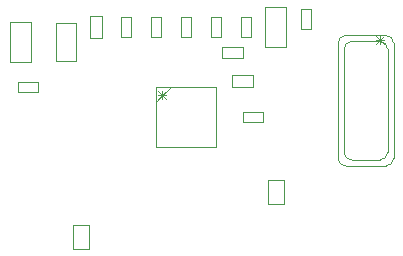
<source format=gbr>
G04*
G04 #@! TF.GenerationSoftware,Altium Limited,Altium Designer,24.0.1 (36)*
G04*
G04 Layer_Color=16711935*
%FSLAX25Y25*%
%MOIN*%
G70*
G04*
G04 #@! TF.SameCoordinates,852D5C1C-0582-447D-AFC5-A22B4F0E1159*
G04*
G04*
G04 #@! TF.FilePolarity,Positive*
G04*
G01*
G75*
%ADD14C,0.00300*%
%ADD60C,0.00394*%
%ADD63C,0.00000*%
%ADD64C,0.00100*%
D14*
X143200Y218654D02*
X145824Y216030D01*
X143200D02*
X145824Y218654D01*
X143200Y217342D02*
X145824D01*
X144512Y216030D02*
Y218654D01*
X218680Y236894D02*
X216056Y234270D01*
Y236894D02*
X218680Y234270D01*
X217368Y236894D02*
Y234270D01*
X216056Y235582D02*
X218680D01*
D60*
X114842Y165866D02*
X120158D01*
X114842Y174134D02*
X120158D01*
X114842Y165866D02*
Y174134D01*
X120158Y165866D02*
Y174134D01*
X167957Y223969D02*
X175043D01*
X167957Y220031D02*
X175043D01*
X167957D02*
Y223969D01*
X175043Y220031D02*
Y223969D01*
X164457Y229532D02*
Y233469D01*
X171543Y229532D02*
Y233469D01*
X164457D02*
X171543D01*
X164457Y229532D02*
X171543D01*
X171653Y208228D02*
Y211772D01*
X178347Y208228D02*
Y211772D01*
X171653D02*
X178347D01*
X171653Y208228D02*
X178347D01*
X185158Y180866D02*
Y189134D01*
X179842Y180866D02*
Y189134D01*
X185158D01*
X179842Y180866D02*
X185158D01*
X150728Y236653D02*
X154272D01*
X150728Y243347D02*
X154272D01*
X150728Y236653D02*
Y243347D01*
X154272Y236653D02*
Y243347D01*
X190728Y239154D02*
X194272D01*
X190728Y245847D02*
X194272D01*
X190728Y239154D02*
Y245847D01*
X194272Y239154D02*
Y245847D01*
X101043Y228307D02*
Y241693D01*
X93957Y228307D02*
Y241693D01*
X101043D01*
X93957Y228307D02*
X101043D01*
X178957Y233307D02*
Y246693D01*
X186043Y233307D02*
Y246693D01*
X178957Y233307D02*
X186043D01*
X178957Y246693D02*
X186043D01*
X96653Y218228D02*
Y221772D01*
X103347Y218228D02*
Y221772D01*
X96653D02*
X103347D01*
X96653Y218228D02*
X103347D01*
X109153Y228701D02*
X115847D01*
X109153Y241299D02*
X115847D01*
X109153Y228701D02*
Y241299D01*
X115847Y228701D02*
Y241299D01*
X170728Y236653D02*
X174272D01*
X170728Y243347D02*
X174272D01*
X170728Y236653D02*
Y243347D01*
X174272Y236653D02*
Y243347D01*
X130728Y236653D02*
X134272D01*
X130728Y243347D02*
X134272D01*
X130728Y236653D02*
Y243347D01*
X134272Y236653D02*
Y243347D01*
X120531Y236457D02*
X124469D01*
X120531Y243543D02*
X124469D01*
X120531Y236457D02*
Y243543D01*
X124469Y236457D02*
Y243543D01*
X140728Y236653D02*
X144272D01*
X140728Y243347D02*
X144272D01*
X140728Y236653D02*
Y243347D01*
X144272Y236653D02*
Y243347D01*
X160728Y236653D02*
X164272D01*
X160728Y243347D02*
X164272D01*
X160728Y236653D02*
Y243347D01*
X164272Y236653D02*
Y243347D01*
D63*
X205250Y198144D02*
G03*
X207750Y195644I2500J0D01*
G01*
X217250D02*
G03*
X219750Y198144I0J2500D01*
G01*
Y232644D02*
G03*
X217250Y235144I-2500J0D01*
G01*
X207750D02*
G03*
X205250Y232644I0J-2500D01*
G01*
X203250Y196144D02*
G03*
X205750Y193644I2500J0D01*
G01*
X219250D02*
G03*
X221750Y196144I0J2500D01*
G01*
X205750Y237144D02*
G03*
X203250Y234644I0J-2500D01*
G01*
X221750D02*
G03*
X219250Y237144I-2500J0D01*
G01*
D64*
X142450Y199950D02*
Y220050D01*
X162550D01*
Y199950D02*
Y220050D01*
X142450Y199950D02*
X162550D01*
Y216290D02*
Y217490D01*
Y216290D02*
Y217490D01*
Y214321D02*
Y215521D01*
Y214321D02*
Y215521D01*
Y212353D02*
Y213553D01*
Y212353D02*
Y213553D01*
Y210384D02*
Y211584D01*
Y210384D02*
Y211584D01*
Y208416D02*
Y209616D01*
Y208416D02*
Y209616D01*
Y206447D02*
Y207647D01*
Y206447D02*
Y207647D01*
Y204479D02*
Y205679D01*
Y204479D02*
Y205679D01*
Y202510D02*
Y203710D01*
Y202510D02*
Y203710D01*
X158790Y199950D02*
X159990D01*
X158790D02*
X159990D01*
X156821D02*
X158021D01*
X156821D02*
X158021D01*
X154853D02*
X156053D01*
X154853D02*
X156053D01*
X152884D02*
X154084D01*
X152884D02*
X154084D01*
X150916D02*
X152116D01*
X150916D02*
X152116D01*
X148947D02*
X150147D01*
X148947D02*
X150147D01*
X146979D02*
X148179D01*
X146979D02*
X148179D01*
X145010D02*
X146210D01*
X145010D02*
X146210D01*
X142450Y202510D02*
Y203710D01*
Y202510D02*
Y203710D01*
Y204479D02*
Y205679D01*
Y204479D02*
Y205679D01*
Y206447D02*
Y207647D01*
Y206447D02*
Y207647D01*
Y208416D02*
Y209616D01*
Y208416D02*
Y209616D01*
Y210384D02*
Y211584D01*
Y210384D02*
Y211584D01*
Y212353D02*
Y213553D01*
Y212353D02*
Y213553D01*
Y214321D02*
Y215521D01*
Y214321D02*
Y215521D01*
Y216290D02*
Y217490D01*
Y216290D02*
Y217490D01*
X145010Y220050D02*
X146210D01*
X145010D02*
X146210D01*
X146979D02*
X148179D01*
X146979D02*
X148179D01*
X148947D02*
X150147D01*
X148947D02*
X150147D01*
X150916D02*
X152116D01*
X150916D02*
X152116D01*
X152884D02*
X154084D01*
X152884D02*
X154084D01*
X154853D02*
X156053D01*
X154853D02*
X156053D01*
X156821D02*
X158021D01*
X156821D02*
X158021D01*
X158790D02*
X159990D01*
X158790D02*
X159990D01*
X142450Y215050D02*
X147450Y220050D01*
X205250Y198144D02*
Y232644D01*
X207750Y195644D02*
X217250D01*
X219750Y198144D02*
Y232644D01*
X207750Y235144D02*
X217250D01*
X203250Y196144D02*
Y234644D01*
X205750Y193644D02*
X219250D01*
X221750Y196144D02*
Y234644D01*
X205750Y237144D02*
X219250D01*
M02*

</source>
